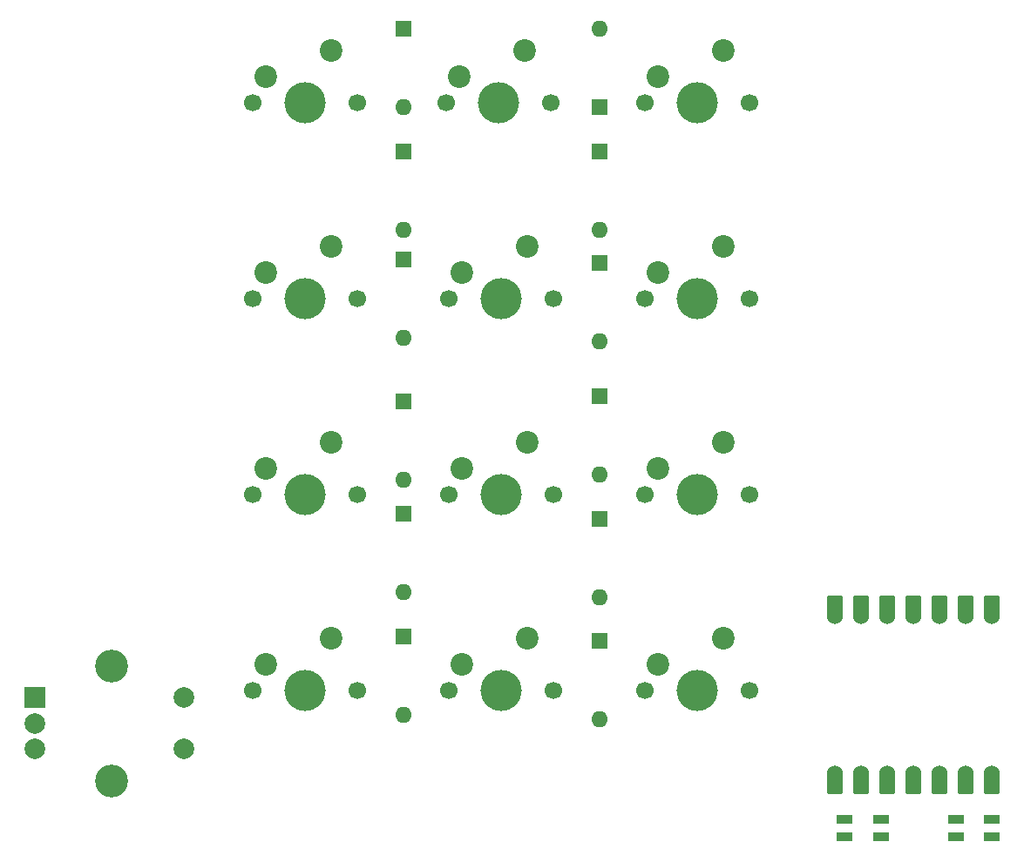
<source format=gbr>
%TF.GenerationSoftware,KiCad,Pcbnew,8.0.8*%
%TF.CreationDate,2025-03-24T18:51:02-07:00*%
%TF.ProjectId,Turtlepad,54757274-6c65-4706-9164-2e6b69636164,rev?*%
%TF.SameCoordinates,Original*%
%TF.FileFunction,Soldermask,Top*%
%TF.FilePolarity,Negative*%
%FSLAX46Y46*%
G04 Gerber Fmt 4.6, Leading zero omitted, Abs format (unit mm)*
G04 Created by KiCad (PCBNEW 8.0.8) date 2025-03-24 18:51:02*
%MOMM*%
%LPD*%
G01*
G04 APERTURE LIST*
G04 Aperture macros list*
%AMRoundRect*
0 Rectangle with rounded corners*
0 $1 Rounding radius*
0 $2 $3 $4 $5 $6 $7 $8 $9 X,Y pos of 4 corners*
0 Add a 4 corners polygon primitive as box body*
4,1,4,$2,$3,$4,$5,$6,$7,$8,$9,$2,$3,0*
0 Add four circle primitives for the rounded corners*
1,1,$1+$1,$2,$3*
1,1,$1+$1,$4,$5*
1,1,$1+$1,$6,$7*
1,1,$1+$1,$8,$9*
0 Add four rect primitives between the rounded corners*
20,1,$1+$1,$2,$3,$4,$5,0*
20,1,$1+$1,$4,$5,$6,$7,0*
20,1,$1+$1,$6,$7,$8,$9,0*
20,1,$1+$1,$8,$9,$2,$3,0*%
G04 Aperture macros list end*
%ADD10C,1.700000*%
%ADD11C,4.000000*%
%ADD12C,2.200000*%
%ADD13R,1.600000X0.850000*%
%ADD14RoundRect,0.152400X0.609600X-1.063600X0.609600X1.063600X-0.609600X1.063600X-0.609600X-1.063600X0*%
%ADD15C,1.524000*%
%ADD16RoundRect,0.152400X-0.609600X1.063600X-0.609600X-1.063600X0.609600X-1.063600X0.609600X1.063600X0*%
%ADD17R,2.000000X2.000000*%
%ADD18C,2.000000*%
%ADD19C,3.200000*%
%ADD20R,1.600000X1.600000*%
%ADD21O,1.600000X1.600000*%
G04 APERTURE END LIST*
D10*
%TO.C,SW8*%
X123507500Y-73818750D03*
D11*
X128587500Y-73818750D03*
D10*
X133667500Y-73818750D03*
D12*
X131127500Y-68738750D03*
X124777500Y-71278750D03*
%TD*%
D13*
%TO.C,D14*%
X153662500Y-124456250D03*
X153662500Y-126206250D03*
X157162500Y-126206250D03*
X157162500Y-124456250D03*
%TD*%
D10*
%TO.C,SW3*%
X85407500Y-92868750D03*
D11*
X90487500Y-92868750D03*
D10*
X95567500Y-92868750D03*
D12*
X93027500Y-87788750D03*
X86677500Y-90328750D03*
%TD*%
D10*
%TO.C,SW12*%
X85407500Y-111918750D03*
D11*
X90487500Y-111918750D03*
D10*
X95567500Y-111918750D03*
D12*
X93027500Y-106838750D03*
X86677500Y-109378750D03*
%TD*%
D10*
%TO.C,SW10*%
X123507500Y-111918750D03*
D11*
X128587500Y-111918750D03*
D10*
X133667500Y-111918750D03*
D12*
X131127500Y-106838750D03*
X124777500Y-109378750D03*
%TD*%
D10*
%TO.C,SW7*%
X123507500Y-54768750D03*
D11*
X128587500Y-54768750D03*
D10*
X133667500Y-54768750D03*
D12*
X131127500Y-49688750D03*
X124777500Y-52228750D03*
%TD*%
D10*
%TO.C,SW5*%
X104457500Y-73818750D03*
D11*
X109537500Y-73818750D03*
D10*
X114617500Y-73818750D03*
D12*
X112077500Y-68738750D03*
X105727500Y-71278750D03*
%TD*%
D14*
%TO.C,U1*%
X157162500Y-103940000D03*
D15*
X157162500Y-104775000D03*
D14*
X154622500Y-103940000D03*
D15*
X154622500Y-104775000D03*
D14*
X152082500Y-103940000D03*
D15*
X152082500Y-104775000D03*
D14*
X149542500Y-103940000D03*
D15*
X149542500Y-104775000D03*
D14*
X147002500Y-103940000D03*
D15*
X147002500Y-104775000D03*
D14*
X144462500Y-103940000D03*
D15*
X144462500Y-104775000D03*
D14*
X141922500Y-103940000D03*
D15*
X141922500Y-104775000D03*
X141922500Y-120015000D03*
D16*
X141922500Y-120850000D03*
D15*
X144462500Y-120015000D03*
D16*
X144462500Y-120850000D03*
D15*
X147002500Y-120015000D03*
D16*
X147002500Y-120850000D03*
D15*
X149542500Y-120015000D03*
D16*
X149542500Y-120850000D03*
D15*
X152082500Y-120015000D03*
D16*
X152082500Y-120850000D03*
D15*
X154622500Y-120015000D03*
D16*
X154622500Y-120850000D03*
D15*
X157162500Y-120015000D03*
D16*
X157162500Y-120850000D03*
%TD*%
D10*
%TO.C,SW4*%
X104140000Y-54768750D03*
D11*
X109220000Y-54768750D03*
D10*
X114300000Y-54768750D03*
D12*
X111760000Y-49688750D03*
X105410000Y-52228750D03*
%TD*%
D10*
%TO.C,SW11*%
X104457500Y-111918750D03*
D11*
X109537500Y-111918750D03*
D10*
X114617500Y-111918750D03*
D12*
X112077500Y-106838750D03*
X105727500Y-109378750D03*
%TD*%
D10*
%TO.C,SW9*%
X123507500Y-92868750D03*
D11*
X128587500Y-92868750D03*
D10*
X133667500Y-92868750D03*
D12*
X131127500Y-87788750D03*
X124777500Y-90328750D03*
%TD*%
D10*
%TO.C,SW1*%
X85407500Y-54768750D03*
D11*
X90487500Y-54768750D03*
D10*
X95567500Y-54768750D03*
D12*
X93027500Y-49688750D03*
X86677500Y-52228750D03*
%TD*%
D10*
%TO.C,SW6*%
X104457500Y-92868750D03*
D11*
X109537500Y-92868750D03*
D10*
X114617500Y-92868750D03*
D12*
X112077500Y-87788750D03*
X105727500Y-90328750D03*
%TD*%
D10*
%TO.C,SW2*%
X85407500Y-73818750D03*
D11*
X90487500Y-73818750D03*
D10*
X95567500Y-73818750D03*
D12*
X93027500Y-68738750D03*
X86677500Y-71278750D03*
%TD*%
D17*
%TO.C,SW15*%
X64187500Y-112637500D03*
D18*
X64187500Y-117637500D03*
X64187500Y-115137500D03*
D19*
X71687500Y-109537500D03*
X71687500Y-120737500D03*
D18*
X78687500Y-117637500D03*
X78687500Y-112637500D03*
%TD*%
D13*
%TO.C,D1*%
X142875000Y-124456250D03*
X142875000Y-126206250D03*
X146375000Y-126206250D03*
X146375000Y-124456250D03*
%TD*%
D20*
%TO.C,D9*%
X100012500Y-83820000D03*
D21*
X100012500Y-91440000D03*
%TD*%
D20*
%TO.C,D11*%
X100012500Y-70008750D03*
D21*
X100012500Y-77628750D03*
%TD*%
D20*
%TO.C,D3*%
X119062500Y-59531250D03*
D21*
X119062500Y-67151250D03*
%TD*%
D20*
%TO.C,D7*%
X100012500Y-106680000D03*
D21*
X100012500Y-114300000D03*
%TD*%
D20*
%TO.C,D6*%
X119062500Y-83343750D03*
D21*
X119062500Y-90963750D03*
%TD*%
D20*
%TO.C,D12*%
X119062500Y-55245000D03*
D21*
X119062500Y-47625000D03*
%TD*%
D20*
%TO.C,D10*%
X119062500Y-70356250D03*
D21*
X119062500Y-77976250D03*
%TD*%
D20*
%TO.C,D8*%
X100012500Y-94773750D03*
D21*
X100012500Y-102393750D03*
%TD*%
D20*
%TO.C,D4*%
X119062500Y-107156250D03*
D21*
X119062500Y-114776250D03*
%TD*%
D20*
%TO.C,D5*%
X119062500Y-95250000D03*
D21*
X119062500Y-102870000D03*
%TD*%
D20*
%TO.C,D13*%
X100012500Y-47625000D03*
D21*
X100012500Y-55245000D03*
%TD*%
D20*
%TO.C,D2*%
X100012500Y-59531250D03*
D21*
X100012500Y-67151250D03*
%TD*%
M02*

</source>
